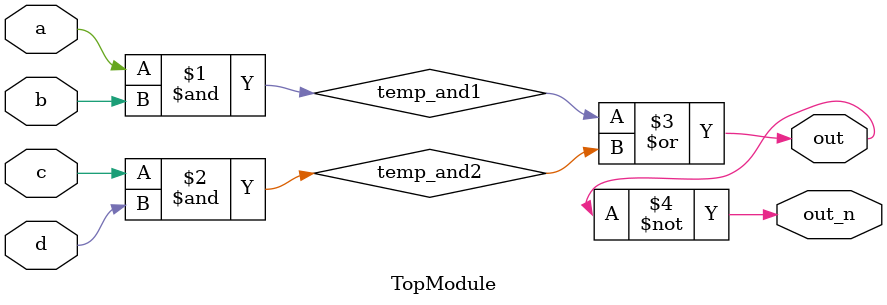
<source format=v>
module TopModule(input a, input b, input c, input d, output out, output out_n);

  // Intermediate wires
  wire temp_and1, temp_and2;

  // First layer of AND gates
  assign temp_and1 = a & b;
  assign temp_and2 = c & d;
  
  // Second layer OR gate
  assign out = temp_and1 | temp_and2;

  // Inverted output
  assign out_n = ~out;

endmodule

</source>
